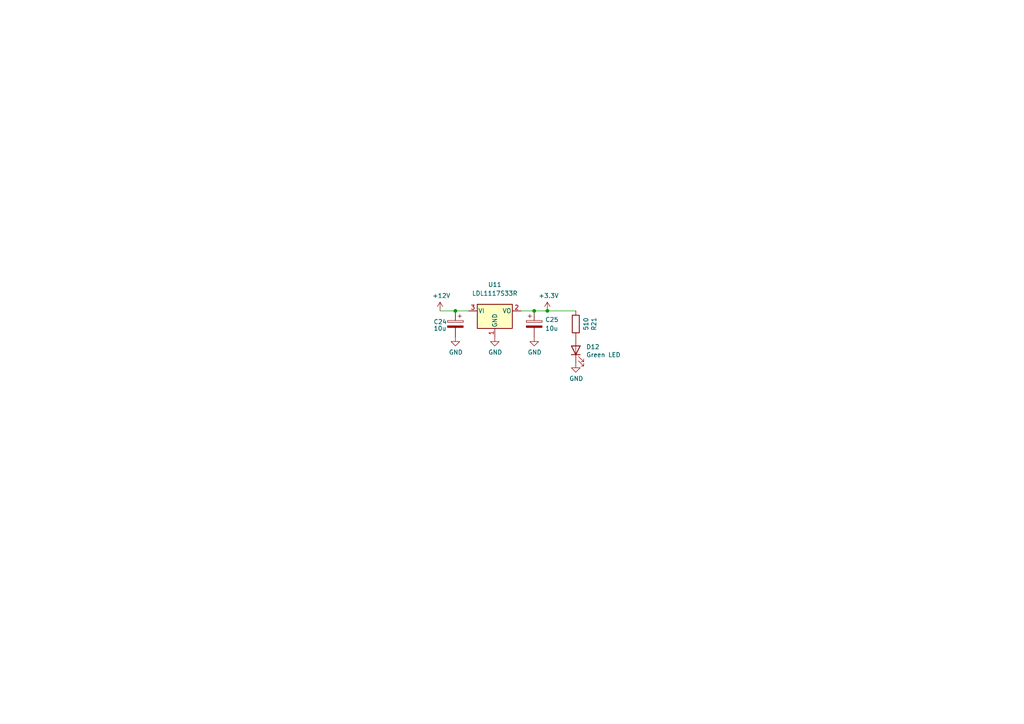
<source format=kicad_sch>
(kicad_sch (version 20211123) (generator eeschema)
  (paper "A4")
  (title_block (title "SDCL - Power") (date "2021-12-16") (rev "v1.0") (company "FaSTTUBe - Formula Student Team TU Berlin") (comment 1 "Car 113") (comment 2 "EBS Electronics") (comment 3 "LDO regulator power supply"))
  (lib_symbols
    (symbol "Device:C_Polarized" (pin_numbers hide) (pin_names (offset 0.254))
      (property "Reference" "C" (at 0.635 2.54 0))
      (property "Value" "C_Polarized" (at 0.635 -2.54 0))
      (symbol "C_Polarized_0_1"
        (rectangle (start -2.286 0.508) (end 2.286 1.016))
        (polyline (pts (xy -1.778 2.286) (xy -0.762 2.286)))
        (polyline (pts (xy -1.27 2.794) (xy -1.27 1.778)))
        (rectangle (start 2.286 -0.508) (end -2.286 -1.016) (fill (type outline)))
      )
      (symbol "C_Polarized_1_1"
        (pin passive line (at 0 3.81 270) (length 2.794) (name "~") (number "1"))
        (pin passive line (at 0 -3.81 90) (length 2.794) (name "~") (number "2"))
      )
    )
    (symbol "Device:LED" (pin_numbers hide) (pin_names (offset 1.016) hide)
      (property "Reference" "D" (at 0 2.54 0))
      (property "Value" "LED" (at 0 -2.54 0))
      (symbol "LED_0_1"
        (polyline (pts (xy -1.27 -1.27) (xy -1.27 1.27)) (stroke (width 0.254)))
        (polyline (pts (xy -1.27 0) (xy 1.27 0)))
        (polyline (pts (xy 1.27 -1.27) (xy 1.27 1.27) (xy -1.27 0) (xy 1.27 -1.27)) (stroke (width 0.254)))
        (polyline (pts (xy -3.048 -0.762) (xy -4.572 -2.286) (xy -3.81 -2.286) (xy -4.572 -2.286) (xy -4.572 -1.524)))
        (polyline (pts (xy -1.778 -0.762) (xy -3.302 -2.286) (xy -2.54 -2.286) (xy -3.302 -2.286) (xy -3.302 -1.524)))
      )
      (symbol "LED_1_1"
        (pin passive line (at -3.81 0 0) (length 2.54) (name "K") (number "1"))
        (pin passive line (at 3.81 0 180) (length 2.54) (name "A") (number "2"))
      )
    )
    (symbol "Device:R" (pin_numbers hide) (pin_names (offset 0))
      (property "Reference" "R" (at 2.032 0 90))
      (property "Value" "R" (at 0 0 90))
      (symbol "R_0_1"
        (rectangle (start -1.016 -2.54) (end 1.016 2.54) (stroke (width 0.254)))
      )
      (symbol "R_1_1"
        (pin passive line (at 0 3.81 270) (length 1.27) (name "~") (number "1"))
        (pin passive line (at 0 -3.81 90) (length 1.27) (name "~") (number "2"))
      )
    )
    (symbol "Regulator_Linear:NCP1117-3.3_SOT223" (pin_names (offset 0.254))
      (property "Reference" "U" (at -3.81 3.175 0))
      (property "Value" "NCP1117-3.3_SOT223" (at 0 3.175 0))
      (symbol "NCP1117-3.3_SOT223_0_1"
        (rectangle (start -5.08 -5.08) (end 5.08 1.905) (stroke (width 0.254)) (fill (type background)))
      )
      (symbol "NCP1117-3.3_SOT223_1_1"
        (pin power_in line (at 0 -7.62 90) (length 2.54) (name "GND") (number "1"))
        (pin power_out line (at 7.62 0 180) (length 2.54) (name "VO") (number "2"))
        (pin power_in line (at -7.62 0 0) (length 2.54) (name "VI") (number "3"))
      )
    )
    (symbol "power:+12V" (power) (pin_names (offset 0))
      (property "Value" "+12V" (at 0 3.556 0))
      (symbol "+12V_0_1"
        (polyline (pts (xy -0.762 1.27) (xy 0 2.54)))
        (polyline (pts (xy 0 0) (xy 0 2.54)))
        (polyline (pts (xy 0 2.54) (xy 0.762 1.27)))
      )
      (symbol "+12V_1_1"
        (pin power_in line (at 0 0 90) (length 0) hide (name "+12V") (number "1"))
      )
    )
    (symbol "power:+3.3V" (power) (pin_names (offset 0))
      (property "Value" "+3.3V" (at 0 3.556 0))
      (symbol "+3.3V_0_1"
        (polyline (pts (xy -0.762 1.27) (xy 0 2.54)))
        (polyline (pts (xy 0 0) (xy 0 2.54)))
        (polyline (pts (xy 0 2.54) (xy 0.762 1.27)))
      )
      (symbol "+3.3V_1_1"
        (pin power_in line (at 0 0 90) (length 0) hide (name "+3.3V") (number "1"))
      )
    )
    (symbol "power:GND" (power) (pin_names (offset 0))
      (property "Value" "GND" (at 0 -3.81 0))
      (symbol "GND_0_1"
        (polyline (pts (xy 0 0) (xy 0 -1.27) (xy 1.27 -1.27) (xy 0 -2.54) (xy -1.27 -1.27) (xy 0 -1.27)))
      )
      (symbol "GND_1_1"
        (pin power_in line (at 0 0 270) (length 0) hide (name "GND") (number "1"))
      )
    )
  )
  (junction (at 154.94 90.17))
  (junction (at 132.08 90.17))
  (junction (at 158.75 90.17))
  (wire (pts (xy 154.94 90.17) (xy 158.75 90.17)))
  (wire (pts (xy 158.75 90.17) (xy 167.005 90.17)))
  (wire (pts (xy 132.08 90.17) (xy 135.89 90.17)))
  (wire (pts (xy 127.635 90.17) (xy 132.08 90.17)))
  (wire (pts (xy 151.13 90.17) (xy 154.94 90.17)))
  (symbol (lib_id "power:+12V") (at 127.635 90.17 0) (unit 1)
    (property "Reference" "#PWR0148" (effects hide))
    (property "Value" "+12V" (at 128.016 85.7758 0))
  )
  (symbol (lib_id "power:+3.3V") (at 158.75 90.17 0) (unit 1)
    (property "Reference" "#PWR0147" (effects hide))
    (property "Value" "+3.3V" (at 159.131 85.7758 0))
  )
  (symbol (lib_id "power:GND") (at 143.51 97.79 0) (unit 1)
    (property "Reference" "#PWR0146" (effects hide))
    (property "Value" "GND" (at 143.637 102.1842 0))
  )
  (symbol (lib_id "power:GND") (at 132.08 97.79 0) (unit 1)
    (property "Reference" "#PWR0145" (effects hide))
    (property "Value" "GND" (at 132.207 102.1842 0))
  )
  (symbol (lib_id "power:GND") (at 154.94 97.79 0) (unit 1)
    (property "Reference" "#PWR0144" (effects hide))
    (property "Value" "GND" (at 155.067 102.1842 0))
  )
  (symbol (lib_id "Device:LED") (at 167.005 101.6 90) (unit 1)
    (property "Reference" "D12" (at 170.0022 100.6094 90) (effects (justify right)))
    (property "Value" "Green LED" (at 170.0022 102.9208 90) (effects (justify right)))
    (property "Footprint" "Diode_SMD:D_0603_1608Metric_Pad1.05x0.95mm_HandSolder" (effects hide))
  )
  (symbol (lib_id "Device:R") (at 167.005 93.98 0) (unit 1)
    (property "Reference" "R21" (at 172.2628 93.98 90))
    (property "Value" "510" (at 169.9514 93.98 90))
    (property "Footprint" "Resistor_SMD:R_0603_1608Metric_Pad0.98x0.95mm_HandSolder" (effects hide))
  )
  (symbol (lib_id "power:GND") (at 167.005 105.41 0) (unit 1)
    (property "Reference" "#PWR0162" (effects hide))
    (property "Value" "GND" (at 167.132 109.8042 0))
  )
  (symbol (lib_id "Device:C_Polarized") (at 132.08 93.98 0) (mirror y) (unit 1)
    (property "Reference" "C24" (at 125.73 93.345 0) (effects (justify right)))
    (property "Value" "10u" (at 125.73 95.25 0) (effects (justify right)))
    (property "Footprint" "Custom:CP_Combo_15.0mm_5mm_P2.00mm_Horizontal_Slotted_Backside" (effects hide))
  )
  (symbol (lib_id "Device:C_Polarized") (at 154.94 93.98 0) (unit 1)
    (property "Reference" "C25" (at 158.115 92.71 0) (effects (justify left)))
    (property "Value" "10u" (at 158.115 95.25 0) (effects (justify left)))
    (property "Footprint" "Custom:CP_Combo_15.0mm_5mm_P2.00mm_Horizontal_Slotted_Backside" (effects hide))
  )
  (symbol (lib_id "Regulator_Linear:NCP1117-3.3_SOT223") (at 143.51 90.17 0) (unit 1)
    (property "Reference" "U11" (at 143.51 82.55 0))
    (property "Value" "LDL1117S33R" (at 143.51 85.09 0))
    (property "Footprint" "Package_TO_SOT_SMD:SOT-223-3_TabPin2" (effects hide))
    (property "Datasheet" "http://www.onsemi.com/pub_link/Collateral/NCP1117-D.PDF" (effects hide))
  )
)
</source>
